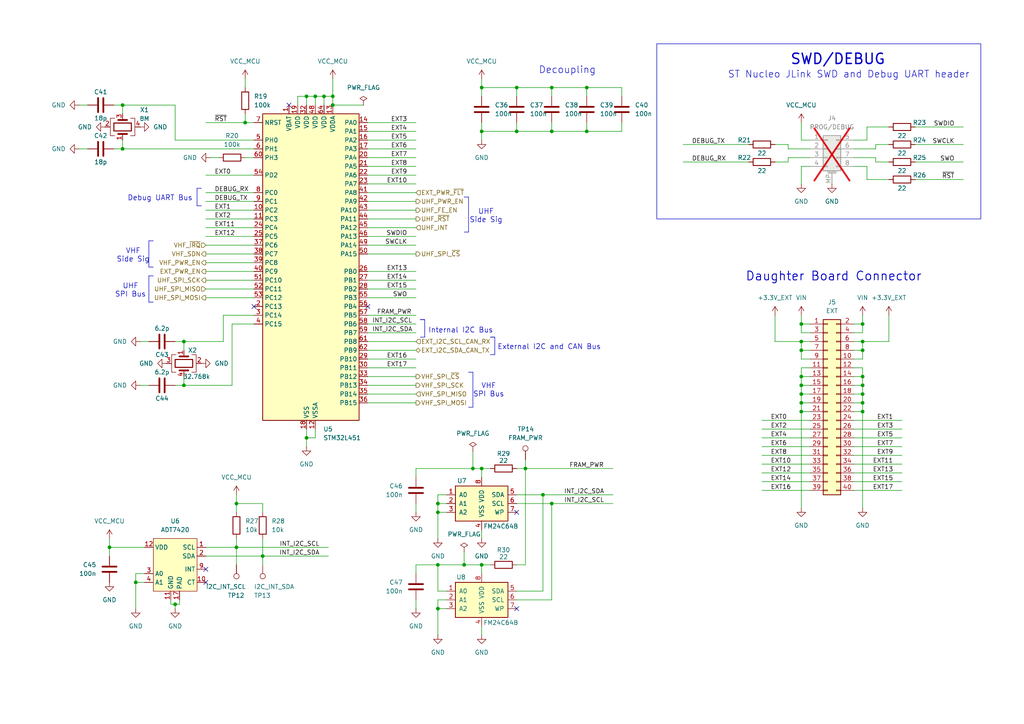
<source format=kicad_sch>
(kicad_sch (version 20250114) (generator "eeschema") (generator_version "9.0")
  (paper "A4")
  (title_block (title "Spino Com System - MCU") (date "2025-03-24") (rev "v2.1") (company "AMSAT-F/Electrolab - Y.Avelino/A.Meckenstock "))
  (rectangle (start 190.5 12.7) (end 284.48 63.5))
  (text "UHF\nSPI Bus" (at 37.846 86.36 0) (effects (font (size 1.5 1.5)) (justify bottom)))
  (text "VHF\nSPI Bus" (at 141.732 115.316 0) (effects (font (size 1.5 1.5)) (justify bottom)))
  (text "External I2C and CAN Bus" (at 144.272 101.6 0) (effects (font (size 1.5 1.5)) (justify left bottom)))
  (text "Decoupling" (at 156.21 21.59 0) (effects (font (size 2 2)) (justify left bottom)))
  (text "Internal I2C Bus\n" (at 124.206 96.774 0) (effects (font (size 1.5 1.5)) (justify left bottom)))
  (text "UHF\nSide Sig" (at 140.97 64.77 0) (effects (font (size 1.5 1.5)) (justify bottom)))
  (text "Daughter Board Connector" (at 241.808 80.264 0) (effects (font (size 2.54 2.54) (thickness 0.254) (bold yes))))
  (text "VHF\nSide Sig" (at 38.608 76.2 0) (effects (font (size 1.5 1.5)) (justify bottom)))
  (text "SWD/DEBUG" (at 229.108 19.05 0) (effects (font (size 3 3) (thickness 0.4) (bold yes)) (justify left bottom)))
  (text "Debug UART Bus" (at 55.88 58.42 0) (effects (font (size 1.5 1.5)) (justify right bottom)))
  (text "ST Nucleo JLink SWD and Debug UART header" (at 211.074 22.86 0) (effects (font (size 2 2)) (justify left bottom)))
  (junction (at 88.9 27.94))
  (junction (at 35.56 30.48))
  (junction (at 53.34 99.06))
  (junction (at 96.52 27.94))
  (junction (at 53.34 111.76))
  (junction (at 139.7 135.89))
  (junction (at 250.19 111.76))
  (junction (at 68.58 146.05))
  (junction (at 160.02 38.1))
  (junction (at 232.41 116.84))
  (junction (at 232.41 109.22))
  (junction (at 250.19 119.38))
  (junction (at 127 176.53))
  (junction (at 149.86 25.4))
  (junction (at 71.12 35.56))
  (junction (at 139.7 163.83))
  (junction (at 35.56 43.18))
  (junction (at 170.18 25.4))
  (junction (at 250.19 109.22))
  (junction (at 31.75 158.75))
  (junction (at 250.19 116.84))
  (junction (at 232.41 119.38))
  (junction (at 232.41 93.98))
  (junction (at 152.4 135.89))
  (junction (at 149.86 38.1))
  (junction (at 93.98 27.94))
  (junction (at 39.37 168.91))
  (junction (at 250.19 114.3))
  (junction (at 88.9 127))
  (junction (at 96.52 30.48))
  (junction (at 137.16 135.89))
  (junction (at 127 146.05))
  (junction (at 250.19 99.06))
  (junction (at 232.41 101.6))
  (junction (at 232.41 111.76))
  (junction (at 160.02 25.4))
  (junction (at 139.7 25.4))
  (junction (at 157.48 143.51))
  (junction (at 170.18 38.1))
  (junction (at 50.8 175.26))
  (junction (at 91.44 27.94))
  (junction (at 68.58 158.75))
  (junction (at 127 148.59))
  (junction (at 250.19 93.98))
  (junction (at 232.41 114.3))
  (junction (at 160.02 146.05))
  (junction (at 76.2 161.29))
  (junction (at 134.62 163.83))
  (junction (at 232.41 99.06))
  (junction (at 250.19 101.6))
  (junction (at 127 163.83))
  (junction (at 139.7 38.1))
  (no_connect (at 83.82 30.48))
  (no_connect (at 59.69 168.91))
  (no_connect (at 149.86 148.59))
  (no_connect (at 106.68 88.9))
  (no_connect (at 59.69 165.1))
  (no_connect (at 73.66 88.9))
  (no_connect (at 149.86 176.53))
  (wire (pts (xy 152.4 135.89) (xy 177.8 135.89)))
  (wire (pts (xy 232.41 106.68) (xy 232.41 109.22)))
  (wire (pts (xy 279.4 41.91) (xy 265.43 41.91)))
  (wire (pts (xy 180.34 25.4) (xy 180.34 27.94)))
  (wire (pts (xy 31.75 156.21) (xy 31.75 158.75)))
  (wire (pts (xy 152.4 133.35) (xy 152.4 135.89)))
  (wire (pts (xy 234.95 121.92) (xy 220.98 121.92)))
  (wire (pts (xy 39.37 166.37) (xy 41.91 166.37)))
  (wire (pts (xy 59.69 158.75) (xy 68.58 158.75)))
  (wire (pts (xy 127 146.05) (xy 129.54 146.05)))
  (polyline (pts (xy 44.45 77.47) (xy 43.18 77.47)))
  (wire (pts (xy 250.19 93.98) (xy 250.19 96.52)))
  (wire (pts (xy 149.86 25.4) (xy 149.86 27.94)))
  (wire (pts (xy 254 43.18) (xy 247.65 43.18)))
  (wire (pts (xy 68.58 158.75) (xy 68.58 163.83)))
  (wire (pts (xy 106.68 109.22) (xy 120.65 109.22)))
  (wire (pts (xy 120.65 96.52) (xy 106.68 96.52)))
  (wire (pts (xy 232.41 111.76) (xy 232.41 114.3)))
  (wire (pts (xy 234.95 127) (xy 220.98 127)))
  (wire (pts (xy 170.18 25.4) (xy 170.18 27.94)))
  (polyline (pts (xy 57.15 54.61) (xy 57.15 59.69)))
  (wire (pts (xy 73.66 68.58) (xy 59.69 68.58)))
  (wire (pts (xy 180.34 35.56) (xy 180.34 38.1)))
  (wire (pts (xy 247.65 111.76) (xy 250.19 111.76)))
  (wire (pts (xy 198.12 46.99) (xy 217.17 46.99)))
  (wire (pts (xy 160.02 25.4) (xy 149.86 25.4)))
  (polyline (pts (xy 142.24 102.87) (xy 143.51 102.87)))
  (wire (pts (xy 106.68 45.72) (xy 120.65 45.72)))
  (wire (pts (xy 106.68 73.66) (xy 120.65 73.66)))
  (wire (pts (xy 68.58 143.51) (xy 68.58 146.05)))
  (wire (pts (xy 232.41 101.6) (xy 232.41 104.14)))
  (wire (pts (xy 73.66 93.98) (xy 67.31 93.98)))
  (wire (pts (xy 106.68 50.8) (xy 120.65 50.8)))
  (wire (pts (xy 91.44 27.94) (xy 91.44 30.48)))
  (wire (pts (xy 105.41 30.48) (xy 96.52 30.48)))
  (wire (pts (xy 279.4 36.83) (xy 265.43 36.83)))
  (wire (pts (xy 139.7 153.67) (xy 139.7 156.21)))
  (wire (pts (xy 106.68 111.76) (xy 120.65 111.76)))
  (wire (pts (xy 250.19 116.84) (xy 247.65 116.84)))
  (wire (pts (xy 127 143.51) (xy 129.54 143.51)))
  (wire (pts (xy 160.02 35.56) (xy 160.02 38.1)))
  (wire (pts (xy 149.86 38.1) (xy 160.02 38.1)))
  (wire (pts (xy 39.37 168.91) (xy 41.91 168.91)))
  (polyline (pts (xy 121.92 92.71) (xy 123.19 92.71)))
  (wire (pts (xy 71.12 33.02) (xy 71.12 35.56)))
  (wire (pts (xy 88.9 27.94) (xy 88.9 30.48)))
  (wire (pts (xy 234.95 139.7) (xy 220.98 139.7)))
  (wire (pts (xy 91.44 124.46) (xy 91.44 127)))
  (wire (pts (xy 120.65 86.36) (xy 106.68 86.36)))
  (wire (pts (xy 254 45.72) (xy 254 46.99)))
  (wire (pts (xy 91.44 27.94) (xy 93.98 27.94)))
  (wire (pts (xy 234.95 134.62) (xy 220.98 134.62)))
  (wire (pts (xy 73.66 86.36) (xy 59.69 86.36)))
  (wire (pts (xy 254 45.72) (xy 247.65 45.72)))
  (polyline (pts (xy 137.16 107.95) (xy 137.16 118.11)))
  (wire (pts (xy 59.69 161.29) (xy 76.2 161.29)))
  (wire (pts (xy 251.46 48.26) (xy 247.65 48.26)))
  (wire (pts (xy 22.86 43.18) (xy 25.4 43.18)))
  (wire (pts (xy 73.66 40.64) (xy 50.8 40.64)))
  (wire (pts (xy 120.65 66.04) (xy 106.68 66.04)))
  (wire (pts (xy 232.41 96.52) (xy 234.95 96.52)))
  (wire (pts (xy 224.79 46.99) (xy 228.6 46.99)))
  (wire (pts (xy 120.65 176.53) (xy 120.65 173.99)))
  (wire (pts (xy 250.19 109.22) (xy 250.19 111.76)))
  (wire (pts (xy 73.66 50.8) (xy 59.69 50.8)))
  (wire (pts (xy 232.41 114.3) (xy 232.41 116.84)))
  (wire (pts (xy 22.86 30.48) (xy 25.4 30.48)))
  (wire (pts (xy 234.95 99.06) (xy 232.41 99.06)))
  (wire (pts (xy 234.95 109.22) (xy 232.41 109.22)))
  (wire (pts (xy 86.36 27.94) (xy 86.36 30.48)))
  (wire (pts (xy 93.98 27.94) (xy 96.52 27.94)))
  (wire (pts (xy 73.66 60.96) (xy 59.69 60.96)))
  (polyline (pts (xy 142.24 97.79) (xy 143.51 97.79)))
  (wire (pts (xy 106.68 38.1) (xy 120.65 38.1)))
  (wire (pts (xy 160.02 146.05) (xy 177.8 146.05)))
  (wire (pts (xy 250.19 114.3) (xy 250.19 116.84)))
  (wire (pts (xy 60.96 45.72) (xy 63.5 45.72)))
  (wire (pts (xy 106.68 78.74) (xy 120.65 78.74)))
  (wire (pts (xy 234.95 124.46) (xy 220.98 124.46)))
  (wire (pts (xy 234.95 111.76) (xy 232.41 111.76)))
  (wire (pts (xy 247.65 127) (xy 261.62 127)))
  (wire (pts (xy 76.2 156.21) (xy 76.2 161.29)))
  (wire (pts (xy 127 184.15) (xy 127 176.53)))
  (polyline (pts (xy 123.19 92.71) (xy 123.19 97.79)))
  (wire (pts (xy 50.8 30.48) (xy 35.56 30.48)))
  (wire (pts (xy 73.66 71.12) (xy 59.69 71.12)))
  (wire (pts (xy 49.53 175.26) (xy 50.8 175.26)))
  (polyline (pts (xy 121.92 92.71) (xy 123.19 92.71)))
  (wire (pts (xy 120.65 148.59) (xy 120.65 146.05)))
  (wire (pts (xy 232.41 48.26) (xy 232.41 53.34)))
  (wire (pts (xy 232.41 119.38) (xy 234.95 119.38)))
  (wire (pts (xy 251.46 52.07) (xy 257.81 52.07)))
  (wire (pts (xy 232.41 96.52) (xy 232.41 93.98)))
  (wire (pts (xy 120.65 135.89) (xy 120.65 138.43)))
  (wire (pts (xy 228.6 43.18) (xy 228.6 41.91)))
  (wire (pts (xy 251.46 40.64) (xy 251.46 36.83)))
  (wire (pts (xy 73.66 66.04) (xy 59.69 66.04)))
  (wire (pts (xy 67.31 111.76) (xy 53.34 111.76)))
  (wire (pts (xy 170.18 35.56) (xy 170.18 38.1)))
  (wire (pts (xy 247.65 137.16) (xy 261.62 137.16)))
  (wire (pts (xy 247.65 132.08) (xy 261.62 132.08)))
  (wire (pts (xy 139.7 35.56) (xy 139.7 38.1)))
  (polyline (pts (xy 135.89 57.15) (xy 135.89 67.31)))
  (wire (pts (xy 96.52 27.94) (xy 96.52 30.48)))
  (wire (pts (xy 106.68 104.14) (xy 120.65 104.14)))
  (wire (pts (xy 120.65 71.12) (xy 106.68 71.12)))
  (wire (pts (xy 247.65 139.7) (xy 261.62 139.7)))
  (wire (pts (xy 232.41 35.56) (xy 232.41 40.64)))
  (wire (pts (xy 59.69 58.42) (xy 73.66 58.42)))
  (wire (pts (xy 73.66 91.44) (xy 64.77 91.44)))
  (wire (pts (xy 228.6 45.72) (xy 234.95 45.72)))
  (wire (pts (xy 134.62 163.83) (xy 127 163.83)))
  (wire (pts (xy 247.65 114.3) (xy 250.19 114.3)))
  (wire (pts (xy 120.65 58.42) (xy 106.68 58.42)))
  (wire (pts (xy 250.19 106.68) (xy 250.19 109.22)))
  (wire (pts (xy 234.95 106.68) (xy 232.41 106.68)))
  (wire (pts (xy 59.69 55.88) (xy 73.66 55.88)))
  (wire (pts (xy 139.7 38.1) (xy 149.86 38.1)))
  (wire (pts (xy 106.68 101.6) (xy 120.65 101.6)))
  (wire (pts (xy 157.48 143.51) (xy 177.8 143.51)))
  (wire (pts (xy 33.02 30.48) (xy 35.56 30.48)))
  (wire (pts (xy 232.41 91.44) (xy 232.41 93.98)))
  (wire (pts (xy 250.19 99.06) (xy 250.19 101.6)))
  (wire (pts (xy 254 46.99) (xy 257.81 46.99)))
  (wire (pts (xy 149.86 135.89) (xy 152.4 135.89)))
  (wire (pts (xy 106.68 81.28) (xy 120.65 81.28)))
  (wire (pts (xy 64.77 99.06) (xy 53.34 99.06)))
  (wire (pts (xy 234.95 142.24) (xy 220.98 142.24)))
  (wire (pts (xy 247.65 101.6) (xy 250.19 101.6)))
  (polyline (pts (xy 43.18 80.01) (xy 43.18 87.63)))
  (wire (pts (xy 232.41 114.3) (xy 234.95 114.3)))
  (wire (pts (xy 247.65 142.24) (xy 261.62 142.24)))
  (wire (pts (xy 73.66 73.66) (xy 59.69 73.66)))
  (wire (pts (xy 232.41 109.22) (xy 232.41 111.76)))
  (wire (pts (xy 106.68 93.98) (xy 120.65 93.98)))
  (wire (pts (xy 50.8 111.76) (xy 53.34 111.76)))
  (polyline (pts (xy 135.89 118.11) (xy 137.16 118.11)))
  (wire (pts (xy 71.12 45.72) (xy 73.66 45.72)))
  (wire (pts (xy 53.34 111.76) (xy 53.34 109.22)))
  (wire (pts (xy 76.2 146.05) (xy 68.58 146.05)))
  (wire (pts (xy 106.68 53.34) (xy 120.65 53.34)))
  (polyline (pts (xy 135.89 67.31) (xy 134.62 67.31)))
  (wire (pts (xy 157.48 171.45) (xy 149.86 171.45)))
  (wire (pts (xy 139.7 38.1) (xy 139.7 40.64)))
  (wire (pts (xy 279.4 52.07) (xy 265.43 52.07)))
  (wire (pts (xy 120.65 63.5) (xy 106.68 63.5)))
  (wire (pts (xy 106.68 106.68) (xy 120.65 106.68)))
  (wire (pts (xy 232.41 99.06) (xy 232.41 101.6)))
  (wire (pts (xy 251.46 48.26) (xy 251.46 52.07)))
  (wire (pts (xy 86.36 27.94) (xy 88.9 27.94)))
  (polyline (pts (xy 135.89 107.95) (xy 137.16 107.95)))
  (wire (pts (xy 127 148.59) (xy 129.54 148.59)))
  (wire (pts (xy 149.86 146.05) (xy 160.02 146.05)))
  (wire (pts (xy 234.95 129.54) (xy 220.98 129.54)))
  (wire (pts (xy 247.65 119.38) (xy 250.19 119.38)))
  (wire (pts (xy 232.41 93.98) (xy 234.95 93.98)))
  (wire (pts (xy 254 41.91) (xy 257.81 41.91)))
  (polyline (pts (xy 44.45 80.01) (xy 43.18 80.01)))
  (wire (pts (xy 106.68 91.44) (xy 120.65 91.44)))
  (wire (pts (xy 247.65 104.14) (xy 250.19 104.14)))
  (wire (pts (xy 232.41 99.06) (xy 224.79 99.06)))
  (wire (pts (xy 33.02 43.18) (xy 35.56 43.18)))
  (wire (pts (xy 139.7 181.61) (xy 139.7 184.15)))
  (wire (pts (xy 250.19 91.44) (xy 250.19 93.98)))
  (wire (pts (xy 106.68 114.3) (xy 120.65 114.3)))
  (wire (pts (xy 88.9 124.46) (xy 88.9 127)))
  (wire (pts (xy 35.56 30.48) (xy 35.56 33.02)))
  (wire (pts (xy 73.66 81.28) (xy 59.69 81.28)))
  (wire (pts (xy 106.68 55.88) (xy 120.65 55.88)))
  (wire (pts (xy 67.31 93.98) (xy 67.31 111.76)))
  (wire (pts (xy 53.34 99.06) (xy 53.34 101.6)))
  (wire (pts (xy 50.8 175.26) (xy 50.8 176.53)))
  (wire (pts (xy 106.68 83.82) (xy 120.65 83.82)))
  (wire (pts (xy 234.95 43.18) (xy 228.6 43.18)))
  (wire (pts (xy 39.37 168.91) (xy 39.37 166.37)))
  (wire (pts (xy 157.48 143.51) (xy 157.48 171.45)))
  (wire (pts (xy 71.12 22.86) (xy 71.12 25.4)))
  (wire (pts (xy 247.65 134.62) (xy 261.62 134.62)))
  (wire (pts (xy 251.46 36.83) (xy 257.81 36.83)))
  (wire (pts (xy 224.79 91.44) (xy 224.79 99.06)))
  (wire (pts (xy 127 146.05) (xy 127 143.51)))
  (wire (pts (xy 106.68 35.56) (xy 120.65 35.56)))
  (polyline (pts (xy 143.51 97.79) (xy 143.51 102.87)))
  (wire (pts (xy 232.41 101.6) (xy 234.95 101.6)))
  (wire (pts (xy 139.7 135.89) (xy 139.7 138.43)))
  (polyline (pts (xy 142.24 97.79) (xy 143.51 97.79)))
  (wire (pts (xy 232.41 119.38) (xy 232.41 147.32)))
  (wire (pts (xy 31.75 158.75) (xy 31.75 161.29)))
  (wire (pts (xy 228.6 41.91) (xy 224.79 41.91)))
  (wire (pts (xy 152.4 163.83) (xy 152.4 135.89)))
  (wire (pts (xy 127 163.83) (xy 127 171.45)))
  (wire (pts (xy 76.2 161.29) (xy 95.25 161.29)))
  (wire (pts (xy 254 43.18) (xy 254 41.91)))
  (wire (pts (xy 137.16 135.89) (xy 120.65 135.89)))
  (wire (pts (xy 234.95 137.16) (xy 220.98 137.16)))
  (wire (pts (xy 257.81 91.44) (xy 257.81 99.06)))
  (wire (pts (xy 127 163.83) (xy 120.65 163.83)))
  (wire (pts (xy 228.6 46.99) (xy 228.6 45.72)))
  (wire (pts (xy 198.12 41.91) (xy 217.17 41.91)))
  (wire (pts (xy 170.18 25.4) (xy 160.02 25.4)))
  (wire (pts (xy 139.7 25.4) (xy 139.7 27.94)))
  (wire (pts (xy 127 148.59) (xy 127 146.05)))
  (wire (pts (xy 68.58 158.75) (xy 95.25 158.75)))
  (wire (pts (xy 76.2 146.05) (xy 76.2 148.59)))
  (wire (pts (xy 170.18 38.1) (xy 180.34 38.1)))
  (wire (pts (xy 250.19 99.06) (xy 257.81 99.06)))
  (wire (pts (xy 68.58 146.05) (xy 68.58 148.59)))
  (wire (pts (xy 120.65 163.83) (xy 120.65 166.37)))
  (wire (pts (xy 149.86 35.56) (xy 149.86 38.1)))
  (wire (pts (xy 142.24 163.83) (xy 139.7 163.83)))
  (wire (pts (xy 139.7 22.86) (xy 139.7 25.4)))
  (wire (pts (xy 250.19 119.38) (xy 250.19 147.32)))
  (wire (pts (xy 139.7 163.83) (xy 134.62 163.83)))
  (polyline (pts (xy 135.89 57.15) (xy 134.62 57.15)))
  (wire (pts (xy 43.18 99.06) (xy 40.64 99.06)))
  (wire (pts (xy 73.66 76.2) (xy 59.69 76.2)))
  (wire (pts (xy 52.07 173.99) (xy 52.07 175.26)))
  (polyline (pts (xy 44.45 87.63) (xy 43.18 87.63)))
  (wire (pts (xy 234.95 132.08) (xy 220.98 132.08)))
  (wire (pts (xy 88.9 127) (xy 88.9 129.54)))
  (wire (pts (xy 64.77 91.44) (xy 64.77 99.06)))
  (wire (pts (xy 73.66 78.74) (xy 59.69 78.74)))
  (wire (pts (xy 160.02 38.1) (xy 170.18 38.1)))
  (wire (pts (xy 93.98 27.94) (xy 93.98 30.48)))
  (wire (pts (xy 250.19 101.6) (xy 250.19 104.14)))
  (wire (pts (xy 137.16 130.81) (xy 137.16 135.89)))
  (wire (pts (xy 88.9 27.94) (xy 91.44 27.94)))
  (wire (pts (xy 250.19 116.84) (xy 250.19 119.38)))
  (wire (pts (xy 232.41 116.84) (xy 232.41 119.38)))
  (wire (pts (xy 39.37 176.53) (xy 39.37 168.91)))
  (wire (pts (xy 31.75 158.75) (xy 41.91 158.75)))
  (wire (pts (xy 59.69 35.56) (xy 71.12 35.56)))
  (wire (pts (xy 247.65 96.52) (xy 250.19 96.52)))
  (wire (pts (xy 106.68 60.96) (xy 120.65 60.96)))
  (wire (pts (xy 160.02 173.99) (xy 160.02 146.05)))
  (wire (pts (xy 76.2 161.29) (xy 76.2 163.83)))
  (wire (pts (xy 251.46 40.64) (xy 247.65 40.64)))
  (wire (pts (xy 149.86 143.51) (xy 157.48 143.51)))
  (wire (pts (xy 106.68 116.84) (xy 120.65 116.84)))
  (wire (pts (xy 250.19 111.76) (xy 250.19 114.3)))
  (wire (pts (xy 139.7 163.83) (xy 139.7 166.37)))
  (wire (pts (xy 129.54 171.45) (xy 127 171.45)))
  (wire (pts (xy 247.65 99.06) (xy 250.19 99.06)))
  (wire (pts (xy 127 173.99) (xy 129.54 173.99)))
  (wire (pts (xy 247.65 109.22) (xy 250.19 109.22)))
  (wire (pts (xy 73.66 43.18) (xy 35.56 43.18)))
  (wire (pts (xy 106.68 99.06) (xy 120.65 99.06)))
  (wire (pts (xy 106.68 48.26) (xy 120.65 48.26)))
  (wire (pts (xy 43.18 111.76) (xy 40.64 111.76)))
  (wire (pts (xy 247.65 129.54) (xy 261.62 129.54)))
  (wire (pts (xy 50.8 40.64) (xy 50.8 30.48)))
  (polyline (pts (xy 121.92 97.79) (xy 123.19 97.79)))
  (wire (pts (xy 71.12 35.56) (xy 73.66 35.56)))
  (wire (pts (xy 234.95 48.26) (xy 232.41 48.26)))
  (wire (pts (xy 35.56 43.18) (xy 35.56 40.64)))
  (wire (pts (xy 127 156.21) (xy 127 148.59)))
  (polyline (pts (xy 43.18 69.85) (xy 43.18 77.47)))
  (wire (pts (xy 247.65 93.98) (xy 250.19 93.98)))
  (wire (pts (xy 247.65 121.92) (xy 261.62 121.92)))
  (wire (pts (xy 50.8 99.06) (xy 53.34 99.06)))
  (polyline (pts (xy 58.42 59.69) (xy 57.15 59.69)))
  (wire (pts (xy 279.4 46.99) (xy 265.43 46.99)))
  (wire (pts (xy 160.02 25.4) (xy 160.02 27.94)))
  (wire (pts (xy 149.86 173.99) (xy 160.02 173.99)))
  (wire (pts (xy 50.8 175.26) (xy 52.07 175.26)))
  (wire (pts (xy 232.41 104.14) (xy 234.95 104.14)))
  (wire (pts (xy 134.62 160.02) (xy 134.62 163.83)))
  (wire (pts (xy 180.34 25.4) (xy 170.18 25.4)))
  (wire (pts (xy 73.66 83.82) (xy 59.69 83.82)))
  (wire (pts (xy 247.65 124.46) (xy 261.62 124.46)))
  (wire (pts (xy 232.41 116.84) (xy 234.95 116.84)))
  (wire (pts (xy 127 176.53) (xy 129.54 176.53)))
  (wire (pts (xy 247.65 106.68) (xy 250.19 106.68)))
  (wire (pts (xy 96.52 22.86) (xy 96.52 27.94)))
  (wire (pts (xy 149.86 25.4) (xy 139.7 25.4)))
  (wire (pts (xy 49.53 173.99) (xy 49.53 175.26)))
  (wire (pts (xy 106.68 40.64) (xy 120.65 40.64)))
  (wire (pts (xy 91.44 127) (xy 88.9 127)))
  (wire (pts (xy 139.7 135.89) (xy 137.16 135.89)))
  (wire (pts (xy 149.86 163.83) (xy 152.4 163.83)))
  (polyline (pts (xy 58.42 54.61) (xy 57.15 54.61)))
  (wire (pts (xy 68.58 156.21) (xy 68.58 158.75)))
  (wire (pts (xy 73.66 63.5) (xy 59.69 63.5)))
  (wire (pts (xy 232.41 40.64) (xy 234.95 40.64)))
  (wire (pts (xy 127 176.53) (xy 127 173.99)))
  (wire (pts (xy 139.7 135.89) (xy 142.24 135.89)))
  (wire (pts (xy 106.68 43.18) (xy 120.65 43.18)))
  (wire (pts (xy 120.65 68.58) (xy 106.68 68.58)))
  (polyline (pts (xy 44.45 69.85) (xy 43.18 69.85)))
  (label "EXT12" (at 62.23 68.58 0))
  (label "EXT8" (at 118.11 48.26 180))
  (label "EXT13" (at 118.11 78.74 180))
  (label "INT_I2C_SCL" (at 92.71 158.75 180))
  (label "EXT2" (at 62.23 63.5 0))
  (label "DEBUG_TX" (at 62.23 58.42 0))
  (label "EXT9" (at 259.08 132.08 180))
  (label "EXT0" (at 62.23 50.8 0))
  (label "SWDIO" (at 118.11 68.58 180))
  (label "DEBUG_RX" (at 62.23 55.88 0))
  (label "INT_I2C_SDA" (at 107.95 96.52 0))
  (label "INT_I2C_SCL" (at 175.26 146.05 180))
  (label "EXT6" (at 118.11 43.18 180))
  (label "SWDIO" (at 276.86 36.83 180))
  (label "INT_I2C_SDA" (at 175.26 143.51 180))
  (label "DEBUG_RX" (at 200.66 46.99 0))
  (label "EXT16" (at 223.52 142.24 0))
  (label "EXT5" (at 118.11 40.64 180))
  (label "EXT15" (at 118.11 83.82 180))
  (label "EXT4" (at 118.11 38.1 180))
  (label "FRAM_PWR" (at 165.1 135.89 0))
  (label "EXT17" (at 259.08 142.24 180))
  (label "EXT1" (at 62.23 60.96 0))
  (label "EXT2" (at 223.52 124.46 0))
  (label "FRAM_PWR" (at 119.38 91.44 180))
  (label "SWO" (at 118.11 86.36 180))
  (label "~{RST}" (at 62.23 35.56 0))
  (label "EXT1" (at 259.08 121.92 180))
  (label "EXT8" (at 223.52 132.08 0))
  (label "EXT3" (at 118.11 35.56 180))
  (label "EXT11" (at 259.08 134.62 180))
  (label "INT_I2C_SCL" (at 107.95 93.98 0))
  (label "~{RST}" (at 276.86 52.07 180))
  (label "EXT10" (at 118.11 53.34 180))
  (label "EXT4" (at 223.52 127 0))
  (label "EXT14" (at 223.52 139.7 0))
  (label "EXT15" (at 259.08 139.7 180))
  (label "EXT7" (at 118.11 45.72 180))
  (label "SWCLK" (at 118.11 71.12 180))
  (label "EXT17" (at 118.11 106.68 180))
  (label "EXT3" (at 259.08 124.46 180))
  (label "EXT7" (at 259.08 129.54 180))
  (label "SWCLK" (at 276.86 41.91 180))
  (label "DEBUG_TX" (at 200.66 41.91 0))
  (label "INT_I2C_SDA" (at 92.71 161.29 180))
  (label "EXT13" (at 259.08 137.16 180))
  (label "EXT12" (at 223.52 137.16 0))
  (label "EXT10" (at 223.52 134.62 0))
  (label "SWO" (at 276.86 46.99 180))
  (label "EXT0" (at 223.52 121.92 0))
  (label "EXT16" (at 118.11 104.14 180))
  (label "EXT5" (at 259.08 127 180))
  (label "EXT11" (at 62.23 66.04 0))
  (label "EXT9" (at 118.11 50.8 180))
  (label "EXT14" (at 118.11 81.28 180))
  (label "EXT6" (at 223.52 129.54 0))
  (hierarchical_label "UHF_SPI_SCK" (shape output) (at 59.69 81.28 180))
  (hierarchical_label "UHF_~{RST}" (shape output) (at 120.65 63.5 0))
  (hierarchical_label "UHF_PWR_EN" (shape output) (at 120.65 58.42 0))
  (hierarchical_label "VHF_SDN" (shape output) (at 59.69 73.66 180))
  (hierarchical_label "VHF_~{IRQ}" (shape input) (at 59.69 71.12 180))
  (hierarchical_label "EXT_I2C_SCL_CAN_RX" (shape input) (at 120.65 99.06 0))
  (hierarchical_label "UHF_SPI_~{CS}" (shape output) (at 120.65 73.66 0))
  (hierarchical_label "UHF_SPI_MOSI" (shape output) (at 59.69 86.36 180))
  (hierarchical_label "VHF_SPI_~{CS}" (shape output) (at 120.65 109.22 0))
  (hierarchical_label "UHF_SPI_MISO" (shape input) (at 59.69 83.82 180))
  (hierarchical_label "VHF_SPI_MISO" (shape input) (at 120.65 114.3 0))
  (hierarchical_label "EXT_PWR_~{FLT}" (shape input) (at 120.65 55.88 0))
  (hierarchical_label "EXT_PWR_EN" (shape output) (at 59.69 78.74 180))
  (hierarchical_label "UHF_INT" (shape input) (at 120.65 66.04 0))
  (hierarchical_label "UHF_FE_EN" (shape output) (at 120.65 60.96 0))
  (hierarchical_label "EXT_I2C_SDA_CAN_TX" (shape bidirectional) (at 120.65 101.6 0))
  (hierarchical_label "VHF_SPI_SCK" (shape output) (at 120.65 111.76 0))
  (hierarchical_label "VHF_PWR_EN" (shape output) (at 59.69 76.2 180))
  (hierarchical_label "VHF_SPI_MOSI" (shape output) (at 120.65 116.84 0))
  (symbol (lib_id "power:GND") (at 139.7 156.21 0) (unit 1)
    (property "Reference" "#PWR0110" (effects (hide yes)))
    (property "Value" "GND" (at 139.7 161.29 0))
    (property "Description" "Power symbol creates a global label with name \"GND\" , ground" (effects (hide yes)))
  )
  (symbol (lib_id "power:PWR_FLAG") (at 105.41 30.48 0) (unit 1)
    (property "Reference" "#FLG07" (effects (hide yes)))
    (property "Value" "PWR_FLAG" (at 105.41 25.4 0))
    (property "Description" "Special symbol for telling ERC where power comes from" (effects (hide yes)))
  )
  (symbol (lib_id "power:GND") (at 40.64 111.76 270) (unit 1)
    (property "Reference" "#PWR0108" (effects (hide yes)))
    (property "Value" "GND" (at 36.83 111.76 90) (effects (justify right)))
    (property "Description" "Power symbol creates a global label with name \"GND\" , ground" (effects (hide yes)))
  )
  (symbol (lib_id "power:GND") (at 127 184.15 0) (unit 1)
    (property "Reference" "#PWR0167" (effects (hide yes)))
    (property "Value" "GND" (at 127 189.23 0))
    (property "Description" "Power symbol creates a global label with name \"GND\" , ground" (effects (hide yes)))
  )
  (symbol (lib_id "power:GND") (at 39.37 176.53 0) (unit 1)
    (property "Reference" "#PWR0122" (effects (hide yes)))
    (property "Value" "GND" (at 39.37 181.61 0))
    (property "Description" "Power symbol creates a global label with name \"GND\" , ground" (effects (hide yes)))
  )
  (symbol (lib_id "Device:C") (at 46.99 111.76 270) (unit 1)
    (property "Reference" "C44" (at 46.99 115.57 90))
    (property "Value" "6.2p" (at 46.99 107.95 90))
    (property "Footprint" "Capacitor_SMD:C_0402_1005Metric" (effects (hide yes)))
    (property "Description" "Unpolarized capacitor" (effects (hide yes)))
    (property "SKU" "GCM1555C1H6R2BA16D" (effects (hide yes)))
    (property "Temp Coeff" "C0G" (effects (hide yes)))
    (property "Tolerance" "0.1p" (effects (hide yes)))
    (property "Vendor" "Murata" (effects (hide yes)))
  )
  (symbol (lib_id "power:GND") (at 120.65 148.59 0) (unit 1)
    (property "Reference" "#PWR0111" (effects (hide yes)))
    (property "Value" "GND" (at 120.65 153.67 0))
    (property "Description" "Power symbol creates a global label with name \"GND\" , ground" (effects (hide yes)))
  )
  (symbol (lib_id "power:GND") (at 120.65 176.53 0) (unit 1)
    (property "Reference" "#PWR0119" (effects (hide yes)))
    (property "Value" "GND" (at 120.65 181.61 0))
    (property "Description" "Power symbol creates a global label with name \"GND\" , ground" (effects (hide yes)))
  )
  (symbol (lib_id "power:GND") (at 50.8 176.53 0) (unit 1)
    (property "Reference" "#PWR0158" (effects (hide yes)))
    (property "Value" "GND" (at 50.8 181.61 0))
    (property "Description" "Power symbol creates a global label with name \"GND\" , ground" (effects (hide yes)))
  )
  (symbol (lib_id "power:GND") (at 127 156.21 0) (unit 1)
    (property "Reference" "#PWR0166" (effects (hide yes)))
    (property "Value" "GND" (at 127 161.29 0))
    (property "Description" "Power symbol creates a global label with name \"GND\" , ground" (effects (hide yes)))
  )
  (symbol (lib_id "Device:Crystal_GND24") (at 35.56 36.83 90) (unit 1)
    (property "Reference" "X1" (at 41.91 31.8769 90))
    (property "Value" "8M" (at 41.91 34.4169 90))
    (property "Footprint" "Crystal:Crystal_SMD_Abracon_ABM8AIG-4Pin_3.2x2.5mm" (effects (hide yes)))
    (property "Description" "Four pin crystal, GND on pins 2 and 4" (effects (hide yes)))
    (property "SKU" " ABM8AIG-8.000MHZ-1Z-T " (effects (hide yes)))
    (property "Vendor" "Abracon" (effects (hide yes)))
  )
  (symbol (lib_id "power:GND") (at 232.41 53.34 0) (unit 1)
    (property "Reference" "#PWR0140" (effects (hide yes)))
    (property "Value" "GND" (at 232.41 58.42 0))
    (property "Description" "Power symbol creates a global label with name \"GND\" , ground" (effects (hide yes)))
  )
  (symbol (lib_id "power:GND") (at 60.96 45.72 270) (unit 1)
    (property "Reference" "#PWR0102" (effects (hide yes)))
    (property "Value" "GND" (at 57.15 45.72 90) (effects (justify right)))
    (property "Description" "Power symbol creates a global label with name \"GND\" , ground" (effects (hide yes)))
  )
  (symbol (lib_id "power:GND") (at 30.48 36.83 270) (unit 1)
    (property "Reference" "#PWR0154" (effects (hide yes)))
    (property "Value" "GND" (at 26.67 36.83 90) (effects (justify right)))
    (property "Description" "Power symbol creates a global label with name \"GND\" , ground" (effects (hide yes)))
  )
  (symbol (lib_id "Connector_Generic:Conn_02x20_Odd_Even") (at 240.03 116.84 0) (unit 1)
    (property "Reference" "J5" (at 241.3 87.63 0))
    (property "Value" "EXT" (at 241.3 90.17 0))
    (property "Footprint" "Connector_Samtec_spino_cs:Samtec_LSEM-120-xx.x-x-DV-A-N_2x20_P0.80mm_Vertical" (effects (hide yes)))
    (property "Description" "Generic connector, double row, 02x20, odd/even pin numbering scheme (row 1 odd numbers, row 2 even numbers), script generated (kicad-library-utils/schlib/autogen/connector/)" (effects (hide yes)))
    (property "Vendor" "Samtec" (effects (hide yes)))
    (property "SKU" "LSEM-120-03.0-L-DV-A-N-K-TR" (effects (hide yes)))
  )
  (symbol (lib_id "power_spino_cs:+3.3V_EXT") (at 224.79 91.44 0) (unit 1)
    (property "Reference" "#PWR0153" (effects (hide yes)))
    (property "Value" "+3.3V_EXT" (at 224.79 86.36 0))
    (property "Description" "Power symbol creates a global label with name \"+3.3V_EXT\"" (effects (hide yes)))
  )
  (symbol (lib_id "Device:C") (at 149.86 31.75 0) (unit 1)
    (property "Reference" "C37" (at 153.67 30.4799 0) (effects (justify left)))
    (property "Value" "100n" (at 153.67 33.0199 0) (effects (justify left)))
    (property "Footprint" "Capacitor_SMD:C_0402_1005Metric" (effects (hide yes)))
    (property "Description" "Unpolarized capacitor" (effects (hide yes)))
    (property "SKU" "GCM155R71C104KA55D" (effects (hide yes)))
    (property "Temp Coeff" "X7R" (effects (hide yes)))
    (property "Vendor" "Murata" (effects (hide yes)))
  )
  (symbol (lib_id "power_spino_cs:VCC_MCU") (at 232.41 35.56 0) (unit 1)
    (property "Reference" "#PWR0139" (effects (hide yes)))
    (property "Value" "VCC_MCU" (at 232.41 30.48 0))
    (property "Description" "Power symbol creates a global label with name \"VCC_MCU\"" (effects (hide yes)))
  )
  (symbol (lib_id "Device:C") (at 31.75 165.1 0) (unit 1)
    (property "Reference" "C45" (at 27.94 163.83 0) (effects (justify right)))
    (property "Value" "100n" (at 27.94 166.37 0) (effects (justify right)))
    (property "Footprint" "Capacitor_SMD:C_0402_1005Metric" (effects (hide yes)))
    (property "Description" "Unpolarized capacitor" (effects (hide yes)))
    (property "SKU" "GCM155R71C104KA55D" (effects (hide yes)))
    (property "Temp Coeff" "X7R" (effects (hide yes)))
    (property "Vendor" "Murata" (effects (hide yes)))
  )
  (symbol (lib_id "power_spino_cs:VCC_MCU") (at 68.58 143.51 0) (unit 1)
    (property "Reference" "#PWR0165" (effects (hide yes)))
    (property "Value" "VCC_MCU" (at 68.58 138.43 0))
    (property "Description" "Power symbol creates a global label with name \"VCC_MCU\"" (effects (hide yes)))
  )
  (symbol (lib_id "Connector:TestPoint") (at 152.4 133.35 0) (unit 1) (in_bom no)
    (property "Reference" "TP14" (at 154.94 124.46 0) (effects (justify right)))
    (property "Value" "FRAM_PWR" (at 157.48 127 0) (effects (justify right)))
    (property "Footprint" "TestPoint:TestPoint_Pad_D1.0mm" (effects (hide yes)))
    (property "Description" "test point" (effects (hide yes)))
  )
  (symbol (lib_id "power:GND") (at 241.3 53.34 0) (mirror y) (unit 1)
    (property "Reference" "#PWR0141" (effects (hide yes)))
    (property "Value" "GND" (at 241.3 58.42 0))
    (property "Description" "Power symbol creates a global label with name \"GND\" , ground" (effects (hide yes)))
  )
  (symbol (lib_id "Device:C") (at 29.21 30.48 270) (unit 1)
    (property "Reference" "C41" (at 29.21 26.67 90))
    (property "Value" "18p" (at 29.21 34.29 90))
    (property "Footprint" "Capacitor_SMD:C_0402_1005Metric" (effects (hide yes)))
    (property "Description" "Unpolarized capacitor" (effects (hide yes)))
    (property "Temp Coeff" "C0G" (effects (hide yes)))
    (property "Tolerance" "1%" (effects (hide yes)))
    (property "SKU" "GCM1555C1H180FA16D" (effects (hide yes)))
    (property "Vendor" "Murata" (effects (hide yes)))
  )
  (symbol (lib_id "Device:C") (at 170.18 31.75 0) (unit 1)
    (property "Reference" "C39" (at 173.99 30.4799 0) (effects (justify left)))
    (property "Value" "100n" (at 173.99 33.0199 0) (effects (justify left)))
    (property "Footprint" "Capacitor_SMD:C_0402_1005Metric" (effects (hide yes)))
    (property "Description" "Unpolarized capacitor" (effects (hide yes)))
    (property "SKU" "GCM155R71C104KA55D" (effects (hide yes)))
    (property "Temp Coeff" "X7R" (effects (hide yes)))
    (property "Vendor" "Murata" (effects (hide yes)))
  )
  (symbol (lib_id "MCU_ST_STM32L4:STM32L451RETx") (at 88.9 78.74 0) (unit 1)
    (property "Reference" "U5" (at 93.7634 124.46 0) (effects (justify left)))
    (property "Value" "STM32L451" (at 93.7634 127 0) (effects (justify left)))
    (property "Footprint" "Package_QFP:LQFP-64_10x10mm_P0.5mm" (effects (hide yes)))
    (property "Datasheet" "https://www.st.com/resource/en/datasheet/stm32l451re.pdf" (effects (hide yes)))
    (property "Description" "STMicroelectronics Arm Cortex-M4 MCU, 512KB flash, 160KB RAM, 80 MHz, 1.71-3.6V, 52 GPIO, LQFP64" (effects (hide yes)))
    (property "Vendor" "ST" (effects (hide yes)))
    (property "SKU" "STM32L451RET6" (effects (hide yes)))
  )
  (symbol (lib_id "power:GND") (at 31.75 168.91 0) (unit 1)
    (property "Reference" "#PWR0121" (effects (hide yes)))
    (property "Value" "GND" (at 31.75 173.99 0))
    (property "Description" "Power symbol creates a global label with name \"GND\" , ground" (effects (hide yes)))
  )
  (symbol (lib_id "Device:C") (at 139.7 31.75 0) (unit 1)
    (property "Reference" "C36" (at 143.51 30.4799 0) (effects (justify left)))
    (property "Value" "100n" (at 143.51 33.0199 0) (effects (justify left)))
    (property "Footprint" "Capacitor_SMD:C_0402_1005Metric" (effects (hide yes)))
    (property "Description" "Unpolarized capacitor" (effects (hide yes)))
    (property "SKU" "GCM155R71C104KA55D" (effects (hide yes)))
    (property "Temp Coeff" "X7R" (effects (hide yes)))
    (property "Vendor" "Murata" (effects (hide yes)))
  )
  (symbol (lib_id "Device:R") (at 76.2 152.4 0) (unit 1)
    (property "Reference" "R28" (at 78.74 151.1299 0) (effects (justify left)))
    (property "Value" "10k" (at 78.74 153.6699 0) (effects (justify left)))
    (property "Footprint" "Resistor_SMD:R_0402_1005Metric" (effects (hide yes)))
    (property "Description" "Resistor" (effects (hide yes)))
    (property "SKU" "CRCW040210K0FKED" (effects (hide yes)))
    (property "Tolerance" "1%" (effects (hide yes)))
    (property "Vendor" "Vishay" (effects (hide yes)))
  )
  (symbol (lib_id "Device:R") (at 68.58 152.4 0) (unit 1)
    (property "Reference" "R27" (at 71.12 151.1299 0) (effects (justify left)))
    (property "Value" "10k" (at 71.12 153.6699 0) (effects (justify left)))
    (property "Footprint" "Resistor_SMD:R_0402_1005Metric" (effects (hide yes)))
    (property "Description" "Resistor" (effects (hide yes)))
    (property "SKU" "CRCW040210K0FKED" (effects (hide yes)))
    (property "Tolerance" "1%" (effects (hide yes)))
    (property "Vendor" "Vishay" (effects (hide yes)))
  )
  (symbol (lib_id "Device:R") (at 146.05 163.83 90) (unit 1)
    (property "Reference" "R30" (at 146.05 159.512 90))
    (property "Value" "22" (at 146.05 161.544 90))
    (property "Footprint" "Resistor_SMD:R_0402_1005Metric" (effects (hide yes)))
    (property "Description" "Resistor" (effects (hide yes)))
    (property "SKU" "CRCW040222R0FKED" (effects (hide yes)))
    (property "Tolerance" "1%" (effects (hide yes)))
    (property "Vendor" "Vishay" (effects (hide yes)))
  )
  (symbol (lib_id "power:GND") (at 139.7 184.15 0) (unit 1)
    (property "Reference" "#PWR0120" (effects (hide yes)))
    (property "Value" "GND" (at 139.7 189.23 0))
    (property "Description" "Power symbol creates a global label with name \"GND\" , ground" (effects (hide yes)))
  )
  (symbol (lib_id "Memory_NVRAM:FM24C64B") (at 139.7 173.99 0) (unit 1)
    (property "Reference" "U8" (at 132.334 167.386 0) (effects (justify left)))
    (property "Value" "FM24C64B" (at 140.208 180.594 0) (effects (justify left)))
    (property "Footprint" "Package_SO:SOIC-8_3.9x4.9mm_P1.27mm" (effects (hide yes)))
    (property "Datasheet" "http://www.cypress.com/file/41651/download" (effects (hide yes)))
    (property "Description" "64Kb serial FRAM nonvolatile Memory, SOIC-8" (effects (hide yes)))
    (property "SKU" "FM24C16B-GTR" (effects (hide yes)))
    (property "Vendor" "Cypress" (effects (hide yes)))
  )
  (symbol (lib_id "Connector_Generic_MountingPin:Conn_02x04_Top_Bottom_MountingPin") (at 240.03 43.18 0) (unit 1) (dnp yes)
    (property "Reference" "J4" (at 241.3 34.29 0))
    (property "Value" "PROG/DEBUG" (at 241.3 36.83 0))
    (property "Footprint" "Connector_Harwin_spino_cs:Harwin_LTek-Male_2x04_P2.00mm_Horizontal_StrainRelief" (effects (hide yes)))
    (property "Description" "Generic connectable mounting pin connector, double row, 02x04, top/bottom pin numbering scheme (row 1: 1...pins_per_row, row2: pins_per_row+1 ... num_pins), script generated (kicad-library-utils/schlib/autogen/connector/)" (effects (hide yes)))
    (property "Vendor" "Harwin" (effects (hide yes)))
    (property "SKU" "M80-8510845" (effects (hide yes)))
  )
  (symbol (lib_id "power_spino_cs:+3.3V_EXT") (at 257.81 91.44 0) (unit 1)
    (property "Reference" "#PWR095" (effects (hide yes)))
    (property "Value" "+3.3V_EXT" (at 257.81 86.36 0))
    (property "Description" "Power symbol creates a global label with name \"+3.3V_EXT\"" (effects (hide yes)))
  )
  (symbol (lib_id "Device:R") (at 261.62 46.99 270) (mirror x) (unit 1)
    (property "Reference" "R25" (at 266.7 45.72 90))
    (property "Value" "22" (at 261.62 49.53 90))
    (property "Footprint" "Resistor_SMD:R_0402_1005Metric" (effects (hide yes)))
    (property "Description" "Resistor" (effects (hide yes)))
    (property "Tolerance" "1%" (effects (hide yes)))
    (property "SKU" "CRCW040222R0FKED" (effects (hide yes)))
    (property "Vendor" "Vishay" (effects (hide yes)))
  )
  (symbol (lib_id "Device:C") (at 46.99 99.06 270) (unit 1)
    (property "Reference" "C43" (at 46.99 102.87 90))
    (property "Value" "6.2p" (at 46.99 95.25 90))
    (property "Footprint" "Capacitor_SMD:C_0402_1005Metric" (effects (hide yes)))
    (property "Description" "Unpolarized capacitor" (effects (hide yes)))
    (property "SKU" "GCM1555C1H6R2BA16D" (effects (hide yes)))
    (property "Temp Coeff" "C0G" (effects (hide yes)))
    (property "Tolerance" "0.1p" (effects (hide yes)))
    (property "Vendor" "Murata" (effects (hide yes)))
  )
  (symbol (lib_id "power:GND") (at 48.26 105.41 270) (unit 1)
    (property "Reference" "#PWR0103" (effects (hide yes)))
    (property "Value" "GND" (at 44.45 105.41 90) (effects (justify right)))
    (property "Description" "Power symbol creates a global label with name \"GND\" , ground" (effects (hide yes)))
  )
  (symbol (lib_id "Device:R") (at 261.62 36.83 270) (mirror x) (unit 1)
    (property "Reference" "R23" (at 266.7 35.56 90))
    (property "Value" "22" (at 261.62 39.37 90))
    (property "Footprint" "Resistor_SMD:R_0402_1005Metric" (effects (hide yes)))
    (property "Description" "Resistor" (effects (hide yes)))
    (property "Tolerance" "1%" (effects (hide yes)))
    (property "SKU" "CRCW040222R0FKED" (effects (hide yes)))
    (property "Vendor" "Vishay" (effects (hide yes)))
  )
  (symbol (lib_id "power_user:VIN") (at 250.19 91.44 0) (unit 1)
    (property "Reference" "#PWR094" (effects (hide yes)))
    (property "Value" "VIN" (at 250.19 86.36 0))
    (property "Description" "Power symbol creates a global label with name \"VIN\"" (effects (hide yes)))
  )
  (symbol (lib_id "power:GND") (at 58.42 105.41 90) (unit 1)
    (property "Reference" "#PWR0131" (effects (hide yes)))
    (property "Value" "GND" (at 62.23 105.41 90) (effects (justify right)))
    (property "Description" "Power symbol creates a global label with name \"GND\" , ground" (effects (hide yes)))
  )
  (symbol (lib_id "Sensor_Temperature_user:ADT7420") (at 50.8 163.83 0) (unit 1)
    (property "Reference" "U6" (at 50.8 151.13 0))
    (property "Value" "ADT7420" (at 50.8 153.67 0))
    (property "Footprint" "Package_CSP:LFCSP-16-1EP_4x4mm_P0.65mm_EP2.6x2.6mm" (effects (hide yes)))
    (property "Datasheet" "https://www.analog.com/media/en/technical-documentation/data-sheets/adt7420.pdf" (effects (hide yes)))
    (property "Description" "±0.25°C Accurate, 16-Bit Digital I2C Temperature Sensor" (effects (hide yes)))
    (property "SKU" "ADT7420UCPZ-RL7" (effects (hide yes)))
    (property "Vendor" "Analog" (effects (hide yes)))
  )
  (symbol (lib_id "Device:R") (at 261.62 41.91 270) (mirror x) (unit 1)
    (property "Reference" "R24" (at 266.7 40.64 90))
    (property "Value" "22" (at 261.62 44.45 90))
    (property "Footprint" "Resistor_SMD:R_0402_1005Metric" (effects (hide yes)))
    (property "Description" "Resistor" (effects (hide yes)))
    (property "Tolerance" "1%" (effects (hide yes)))
    (property "SKU" "CRCW040222R0FKED" (effects (hide yes)))
    (property "Vendor" "Vishay" (effects (hide yes)))
  )
  (symbol (lib_id "power:GND") (at 88.9 129.54 0) (unit 1)
    (property "Reference" "#PWR0100" (effects (hide yes)))
    (property "Value" "GND" (at 88.9 134.62 0))
    (property "Description" "Power symbol creates a global label with name \"GND\" , ground" (effects (hide yes)))
  )
  (symbol (lib_id "Device:C") (at 160.02 31.75 0) (unit 1)
    (property "Reference" "C38" (at 163.83 30.4799 0) (effects (justify left)))
    (property "Value" "100n" (at 163.83 33.0199 0) (effects (justify left)))
    (property "Footprint" "Capacitor_SMD:C_0402_1005Metric" (effects (hide yes)))
    (property "Description" "Unpolarized capacitor" (effects (hide yes)))
    (property "SKU" "GCM155R71C104KA55D" (effects (hide yes)))
    (property "Temp Coeff" "X7R" (effects (hide yes)))
    (property "Vendor" "Murata" (effects (hide yes)))
  )
  (symbol (lib_id "Device:Crystal_GND23") (at 53.34 105.41 270) (unit 1)
    (property "Reference" "X2" (at 57.15 101.6 90) (effects (justify right)))
    (property "Value" "32.768k" (at 60.96 109.22 90) (effects (justify right)))
    (property "Footprint" "Crystal:Crystal_SMD_Abracon_ABS25-4Pin_8.0x3.8mm" (effects (hide yes)))
    (property "Description" "Four pin crystal, GND on pins 2 and 3" (effects (hide yes)))
    (property "Vendor" "Abracon" (effects (hide yes)))
    (property "SKU" "ABS25-32.768KHZ-6-T" (effects (hide yes)))
  )
  (symbol (lib_id "power:PWR_FLAG") (at 134.62 160.02 0) (unit 1)
    (property "Reference" "#FLG09" (effects (hide yes)))
    (property "Value" "PWR_FLAG" (at 134.62 154.94 0))
    (property "Description" "Special symbol for telling ERC where power comes from" (effects (hide yes)))
  )
  (symbol (lib_id "power:GND") (at 232.41 147.32 0) (unit 1)
    (property "Reference" "#PWR097" (effects (hide yes)))
    (property "Value" "GND" (at 232.41 152.4 0))
    (property "Description" "Power symbol creates a global label with name \"GND\" , ground" (effects (hide yes)))
  )
  (symbol (lib_id "Connector:TestPoint") (at 68.58 163.83 180) (unit 1) (in_bom no)
    (property "Reference" "TP12" (at 66.04 172.72 0) (effects (justify right)))
    (property "Value" "I2C_INT_SCL" (at 59.69 170.18 0) (effects (justify right)))
    (property "Footprint" "TestPoint:TestPoint_Pad_D1.0mm" (effects (hide yes)))
    (property "Description" "test point" (effects (hide yes)))
  )
  (symbol (lib_id "power:GND") (at 250.19 147.32 0) (unit 1)
    (property "Reference" "#PWR098" (effects (hide yes)))
    (property "Value" "GND" (at 250.19 152.4 0))
    (property "Description" "Power symbol creates a global label with name \"GND\" , ground" (effects (hide yes)))
  )
  (symbol (lib_id "Device:R") (at 146.05 135.89 90) (unit 1)
    (property "Reference" "R29" (at 146.05 131.572 90))
    (property "Value" "22" (at 146.05 133.604 90))
    (property "Footprint" "Resistor_SMD:R_0402_1005Metric" (effects (hide yes)))
    (property "Description" "Resistor" (effects (hide yes)))
    (property "SKU" "CRCW040222R0FKED" (effects (hide yes)))
    (property "Tolerance" "1%" (effects (hide yes)))
    (property "Vendor" "Vishay" (effects (hide yes)))
  )
  (symbol (lib_id "Memory_NVRAM:FM24C64B") (at 139.7 146.05 0) (unit 1)
    (property "Reference" "U7" (at 132.588 139.446 0) (effects (justify left)))
    (property "Value" "FM24C64B" (at 140.208 152.654 0) (effects (justify left)))
    (property "Footprint" "Package_SO:SOIC-8_3.9x4.9mm_P1.27mm" (effects (hide yes)))
    (property "Datasheet" "http://www.cypress.com/file/41651/download" (effects (hide yes)))
    (property "Description" "64Kb serial FRAM nonvolatile Memory, SOIC-8" (effects (hide yes)))
    (property "SKU" "FM24C16B-GTR" (effects (hide yes)))
    (property "Vendor" "Cypress" (effects (hide yes)))
  )
  (symbol (lib_id "power_spino_cs:VCC_MCU") (at 96.52 22.86 0) (unit 1)
    (property "Reference" "#PWR0101" (effects (hide yes)))
    (property "Value" "VCC_MCU" (at 96.52 17.78 0))
    (property "Description" "Power symbol creates a global label with name \"VCC_MCU\"" (effects (hide yes)))
  )
  (symbol (lib_id "Device:C") (at 29.21 43.18 270) (unit 1)
    (property "Reference" "C42" (at 29.21 39.37 90))
    (property "Value" "18p" (at 29.21 46.99 90))
    (property "Footprint" "Capacitor_SMD:C_0402_1005Metric" (effects (hide yes)))
    (property "Description" "Unpolarized capacitor" (effects (hide yes)))
    (property "Temp Coeff" "C0G" (effects (hide yes)))
    (property "Tolerance" "1%" (effects (hide yes)))
    (property "SKU" "GCM1555C1H180FA16D" (effects (hide yes)))
    (property "Vendor" "Murata" (effects (hide yes)))
  )
  (symbol (lib_id "Device:C") (at 180.34 31.75 0) (unit 1)
    (property "Reference" "C40" (at 184.15 30.4799 0) (effects (justify left)))
    (property "Value" "100n" (at 184.15 33.0199 0) (effects (justify left)))
    (property "Footprint" "Capacitor_SMD:C_0402_1005Metric" (effects (hide yes)))
    (property "Description" "Unpolarized capacitor" (effects (hide yes)))
    (property "SKU" "GCM155R71C104KA55D" (effects (hide yes)))
    (property "Temp Coeff" "X7R" (effects (hide yes)))
    (property "Vendor" "Murata" (effects (hide yes)))
  )
  (symbol (lib_id "power:PWR_FLAG") (at 137.16 130.81 0) (unit 1)
    (property "Reference" "#FLG08" (effects (hide yes)))
    (property "Value" "PWR_FLAG" (at 137.16 125.73 0))
    (property "Description" "Special symbol for telling ERC where power comes from" (effects (hide yes)))
  )
  (symbol (lib_id "Device:R") (at 67.31 45.72 90) (unit 1)
    (property "Reference" "R20" (at 67.31 39.37 90))
    (property "Value" "100k" (at 67.31 41.91 90))
    (property "Footprint" "Resistor_SMD:R_0402_1005Metric" (effects (hide yes)))
    (property "Description" "Resistor" (effects (hide yes)))
    (property "Tolerance" "1%" (effects (hide yes)))
    (property "SKU" "CRCW0402100KFKED" (effects (hide yes)))
    (property "Vendor" "Vishay" (effects (hide yes)))
  )
  (symbol (lib_id "Device:R") (at 220.98 46.99 90) (unit 1)
    (property "Reference" "R22" (at 215.9 45.72 90))
    (property "Value" "22" (at 220.98 49.53 90))
    (property "Footprint" "Resistor_SMD:R_0402_1005Metric" (effects (hide yes)))
    (property "Description" "Resistor" (effects (hide yes)))
    (property "Tolerance" "1%" (effects (hide yes)))
    (property "SKU" "CRCW040222R0FKED" (effects (hide yes)))
    (property "Vendor" "Vishay" (effects (hide yes)))
  )
  (symbol (lib_id "Connector:TestPoint") (at 76.2 163.83 180) (unit 1) (in_bom no)
    (property "Reference" "TP13" (at 73.66 172.72 0) (effects (justify right)))
    (property "Value" "I2C_INT_SDA" (at 73.66 170.18 0) (effects (justify right)))
    (property "Footprint" "TestPoint:TestPoint_Pad_D1.0mm" (effects (hide yes)))
    (property "Description" "test point" (effects (hide yes)))
  )
  (symbol (lib_id "Device:C") (at 120.65 170.18 0) (unit 1)
    (property "Reference" "C47" (at 116.84 168.91 0) (effects (justify right)))
    (property "Value" "100n" (at 116.84 171.45 0) (effects (justify right)))
    (property "Footprint" "Capacitor_SMD:C_0402_1005Metric" (effects (hide yes)))
    (property "Description" "Unpolarized capacitor" (effects (hide yes)))
    (property "SKU" "GCM155R71C104KA55D" (effects (hide yes)))
    (property "Temp Coeff" "X7R" (effects (hide yes)))
    (property "Vendor" "Murata" (effects (hide yes)))
  )
  (symbol (lib_id "Device:R") (at 220.98 41.91 90) (unit 1)
    (property "Reference" "R21" (at 215.9 40.64 90))
    (property "Value" "22" (at 220.98 44.45 90))
    (property "Footprint" "Resistor_SMD:R_0402_1005Metric" (effects (hide yes)))
    (property "Description" "Resistor" (effects (hide yes)))
    (property "Tolerance" "1%" (effects (hide yes)))
    (property "SKU" "CRCW040222R0FKED" (effects (hide yes)))
    (property "Vendor" "Vishay" (effects (hide yes)))
  )
  (symbol (lib_id "power_spino_cs:VCC_MCU") (at 139.7 22.86 0) (unit 1)
    (property "Reference" "#PWR0105" (effects (hide yes)))
    (property "Value" "VCC_MCU" (at 139.7 17.78 0))
    (property "Description" "Power symbol creates a global label with name \"VCC_MCU\"" (effects (hide yes)))
  )
  (symbol (lib_id "power_spino_cs:VCC_MCU") (at 71.12 22.86 0) (unit 1)
    (property "Reference" "#PWR0156" (effects (hide yes)))
    (property "Value" "VCC_MCU" (at 71.12 17.78 0))
    (property "Description" "Power symbol creates a global label with name \"VCC_MCU\"" (effects (hide yes)))
  )
  (symbol (lib_id "power_user:VIN") (at 232.41 91.44 0) (unit 1)
    (property "Reference" "#PWR092" (effects (hide yes)))
    (property "Value" "VIN" (at 232.41 86.36 0))
    (property "Description" "Power symbol creates a global label with name \"VIN\"" (effects (hide yes)))
  )
  (symbol (lib_id "Device:R") (at 71.12 29.21 180) (unit 1)
    (property "Reference" "R19" (at 73.66 27.9399 0) (effects (justify right)))
    (property "Value" "100k" (at 73.66 30.4799 0) (effects (justify right)))
    (property "Footprint" "Resistor_SMD:R_0402_1005Metric" (effects (hide yes)))
    (property "Description" "Resistor" (effects (hide yes)))
    (property "Tolerance" "1%" (effects (hide yes)))
    (property "SKU" "CRCW0402100KFKED" (effects (hide yes)))
    (property "Vendor" "Vishay" (effects (hide yes)))
  )
  (symbol (lib_id "power_spino_cs:VCC_MCU") (at 31.75 156.21 0) (unit 1)
    (property "Reference" "#PWR0163" (effects (hide yes)))
    (property "Value" "VCC_MCU" (at 31.75 151.13 0))
    (property "Description" "Power symbol creates a global label with name \"VCC_MCU\"" (effects (hide yes)))
  )
  (symbol (lib_id "power:GND") (at 40.64 36.83 90) (unit 1)
    (property "Reference" "#PWR0155" (effects (hide yes)))
    (property "Value" "GND" (at 44.45 36.83 90) (effects (justify right)))
    (property "Description" "Power symbol creates a global label with name \"GND\" , ground" (effects (hide yes)))
  )
  (symbol (lib_id "power:GND") (at 22.86 43.18 270) (unit 1)
    (property "Reference" "#PWR0107" (effects (hide yes)))
    (property "Value" "GND" (at 19.05 43.18 90) (effects (justify right)))
    (property "Description" "Power symbol creates a global label with name \"GND\" , ground" (effects (hide yes)))
  )
  (symbol (lib_id "Device:R") (at 261.62 52.07 270) (mirror x) (unit 1)
    (property "Reference" "R26" (at 266.7 50.8 90))
    (property "Value" "22" (at 261.62 54.61 90))
    (property "Footprint" "Resistor_SMD:R_0402_1005Metric" (effects (hide yes)))
    (property "Description" "Resistor" (effects (hide yes)))
    (property "Tolerance" "1%" (effects (hide yes)))
    (property "SKU" "CRCW040222R0FKED" (effects (hide yes)))
    (property "Vendor" "Vishay" (effects (hide yes)))
  )
  (symbol (lib_id "power:GND") (at 22.86 30.48 270) (unit 1)
    (property "Reference" "#PWR0106" (effects (hide yes)))
    (property "Value" "GND" (at 19.05 30.48 90) (effects (justify right)))
    (property "Description" "Power symbol creates a global label with name \"GND\" , ground" (effects (hide yes)))
  )
  (symbol (lib_id "Device:C") (at 120.65 142.24 0) (unit 1)
    (property "Reference" "C46" (at 116.84 140.97 0) (effects (justify right)))
    (property "Value" "100n" (at 116.84 143.51 0) (effects (justify right)))
    (property "Footprint" "Capacitor_SMD:C_0402_1005Metric" (effects (hide yes)))
    (property "Description" "Unpolarized capacitor" (effects (hide yes)))
    (property "SKU" "GCM155R71C104KA55D" (effects (hide yes)))
    (property "Temp Coeff" "X7R" (effects (hide yes)))
    (property "Vendor" "Murata" (effects (hide yes)))
  )
  (symbol (lib_id "power:GND") (at 139.7 40.64 0) (unit 1)
    (property "Reference" "#PWR0104" (effects (hide yes)))
    (property "Value" "GND" (at 139.7 45.72 0))
    (property "Description" "Power symbol creates a global label with name \"GND\" , ground" (effects (hide yes)))
  )
  (symbol (lib_id "power:GND") (at 40.64 99.06 270) (unit 1)
    (property "Reference" "#PWR0109" (effects (hide yes)))
    (property "Value" "GND" (at 36.83 99.06 90) (effects (justify right)))
    (property "Description" "Power symbol creates a global label with name \"GND\" , ground" (effects (hide yes)))
  )
)
</source>
